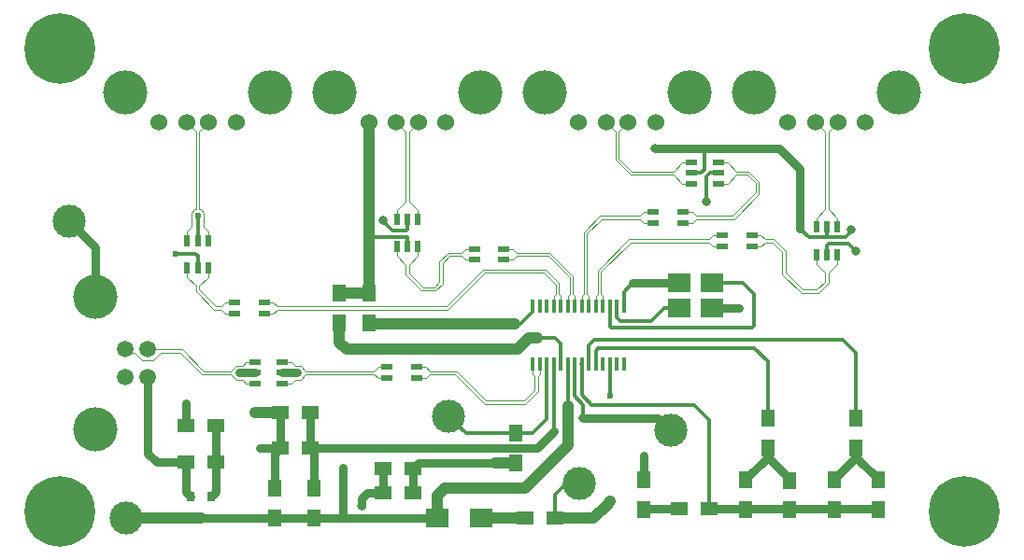
<source format=gbr>
%TF.GenerationSoftware,KiCad,Pcbnew,(2017-10-23 revision a562525)-master*%
%TF.CreationDate,2017-11-11T10:42:01+01:00*%
%TF.ProjectId,USB-Hub V2.0,5553422D4875622056322E302E6B6963,a*%
%TF.SameCoordinates,Original*%
%TF.FileFunction,Copper,L1,Top,Signal*%
%TF.FilePolarity,Positive*%
%FSLAX46Y46*%
G04 Gerber Fmt 4.6, Leading zero omitted, Abs format (unit mm)*
G04 Created by KiCad (PCBNEW (2017-10-23 revision a562525)-master) date Saturday, 11. November 2017 'u42' 10:42:01*
%MOMM*%
%LPD*%
G01*
G04 APERTURE LIST*
%TA.AperFunction,SMDPad,CuDef*%
%ADD10R,0.360000X1.270000*%
%TD*%
%TA.AperFunction,ComponentPad*%
%ADD11C,1.500000*%
%TD*%
%TA.AperFunction,ComponentPad*%
%ADD12C,4.000000*%
%TD*%
%TA.AperFunction,ComponentPad*%
%ADD13C,1.524000*%
%TD*%
%TA.AperFunction,SMDPad,CuDef*%
%ADD14R,1.500000X1.300000*%
%TD*%
%TA.AperFunction,SMDPad,CuDef*%
%ADD15R,1.300000X1.500000*%
%TD*%
%TA.AperFunction,SMDPad,CuDef*%
%ADD16R,2.000000X1.700000*%
%TD*%
%TA.AperFunction,SMDPad,CuDef*%
%ADD17R,1.100000X0.600000*%
%TD*%
%TA.AperFunction,ComponentPad*%
%ADD18C,6.400000*%
%TD*%
%TA.AperFunction,SMDPad,CuDef*%
%ADD19R,0.800000X0.900000*%
%TD*%
%TA.AperFunction,BGAPad,CuDef*%
%ADD20C,3.000000*%
%TD*%
%TA.AperFunction,SMDPad,CuDef*%
%ADD21R,0.600000X1.100000*%
%TD*%
%TA.AperFunction,SMDPad,CuDef*%
%ADD22R,2.100000X1.800000*%
%TD*%
%TA.AperFunction,ViaPad*%
%ADD23C,0.800000*%
%TD*%
%TA.AperFunction,ViaPad*%
%ADD24C,0.600000*%
%TD*%
%TA.AperFunction,Conductor*%
%ADD25C,0.750000*%
%TD*%
%TA.AperFunction,Conductor*%
%ADD26C,0.350000*%
%TD*%
%TA.AperFunction,Conductor*%
%ADD27C,1.000000*%
%TD*%
%TA.AperFunction,Conductor*%
%ADD28C,0.125000*%
%TD*%
G04 APERTURE END LIST*
D10*
%TO.P,IC1,1*%
%TO.N,GND*%
X140127500Y-92410000D03*
%TO.P,IC1,2*%
%TO.N,OSC1_out*%
X139492500Y-92410000D03*
%TO.P,IC1,3*%
%TO.N,OSC1_in*%
X138857500Y-92410000D03*
%TO.P,IC1,4*%
%TO.N,/DM4_1-*%
X138222500Y-92410000D03*
%TO.P,IC1,5*%
%TO.N,/DM4_1+*%
X137587500Y-92410000D03*
%TO.P,IC1,6*%
%TO.N,/DM3_1-*%
X136952500Y-92410000D03*
%TO.P,IC1,7*%
%TO.N,/DM3_1+*%
X136317500Y-92410000D03*
%TO.P,IC1,8*%
%TO.N,/DM2_1-*%
X135682500Y-92410000D03*
%TO.P,IC1,9*%
%TO.N,/DM2_1+*%
X135047500Y-92410000D03*
%TO.P,IC1,10*%
%TO.N,/DM1_1-*%
X134412500Y-92410000D03*
%TO.P,IC1,11*%
%TO.N,/DM1_1+*%
X133777500Y-92410000D03*
%TO.P,IC1,12*%
%TO.N,Net-(IC1-Pad12)*%
X133142500Y-92410000D03*
%TO.P,IC1,13*%
%TO.N,Net-(IC1-Pad13)*%
X132507500Y-92410000D03*
%TO.P,IC1,14*%
%TO.N,Net-(IC1-Pad14)*%
X131872500Y-92410000D03*
%TO.P,IC1,15*%
%TO.N,USB_D_3-*%
X131872500Y-97590000D03*
%TO.P,IC1,16*%
%TO.N,USB_D_3+*%
X132507500Y-97590000D03*
%TO.P,IC1,17*%
%TO.N,Net-(IC1-Pad17)*%
X133142500Y-97590000D03*
%TO.P,IC1,18*%
%TO.N,VBUS_SENSE*%
X133777500Y-97590000D03*
%TO.P,IC1,19*%
%TO.N,Net-(IC1-Pad19)*%
X134412500Y-97590000D03*
%TO.P,IC1,20*%
%TO.N,VCC_5V*%
X135047500Y-97590000D03*
%TO.P,IC1,21*%
%TO.N,VCC33*%
X135682500Y-97590000D03*
%TO.P,IC1,22*%
%TO.N,LED_CTL*%
X136317500Y-97590000D03*
%TO.P,IC1,23*%
%TO.N,LED1*%
X136952500Y-97590000D03*
%TO.P,IC1,24*%
%TO.N,LED2*%
X137587500Y-97590000D03*
%TO.P,IC1,25*%
%TO.N,Net-(IC1-Pad25)*%
X138222500Y-97590000D03*
%TO.P,IC1,26*%
%TO.N,OVC*%
X138857500Y-97590000D03*
%TO.P,IC1,27*%
%TO.N,Net-(IC1-Pad27)*%
X139492500Y-97590000D03*
%TO.P,IC1,28*%
%TO.N,Net-(IC1-Pad28)*%
X140127500Y-97590000D03*
%TD*%
D11*
%TO.P,J1,1*%
%TO.N,VBUS_UP_P*%
X96975500Y-98786000D03*
%TO.P,J1,2*%
%TO.N,/USB_D_1-*%
X96975500Y-96286000D03*
%TO.P,J1,4*%
%TO.N,GND*%
X94975500Y-98806000D03*
%TO.P,J1,3*%
%TO.N,/USB_D_1+*%
X94975500Y-96286000D03*
D12*
%TO.P,J1,4*%
%TO.N,GND*%
X92265500Y-103556000D03*
X92265500Y-91516000D03*
%TD*%
%TO.P,J6,4*%
%TO.N,GND*%
X165070000Y-73000000D03*
X151930000Y-73000000D03*
D13*
%TO.P,J6,1*%
%TO.N,Net-(C10-Pad1)*%
X162000000Y-75700000D03*
%TO.P,J6,2*%
%TO.N,/DM4_3-*%
X159500000Y-75700000D03*
%TO.P,J6,3*%
%TO.N,/DM4_3+*%
X157500000Y-75700000D03*
%TO.P,J6,4*%
%TO.N,GND*%
X155000000Y-75700000D03*
%TD*%
D12*
%TO.P,J7,4*%
%TO.N,GND*%
X146070000Y-73000000D03*
X132930000Y-73000000D03*
D13*
%TO.P,J7,1*%
%TO.N,Net-(C11-Pad1)*%
X143000000Y-75700000D03*
%TO.P,J7,2*%
%TO.N,/DM3_3-*%
X140500000Y-75700000D03*
%TO.P,J7,3*%
%TO.N,/DM3_3+*%
X138500000Y-75700000D03*
%TO.P,J7,4*%
%TO.N,GND*%
X136000000Y-75700000D03*
%TD*%
D12*
%TO.P,J8,4*%
%TO.N,GND*%
X127070000Y-73000000D03*
X113930000Y-73000000D03*
D13*
%TO.P,J8,1*%
%TO.N,Net-(C12-Pad1)*%
X124000000Y-75700000D03*
%TO.P,J8,2*%
%TO.N,/DM2_3-*%
X121500000Y-75700000D03*
%TO.P,J8,3*%
%TO.N,/DM2_3+*%
X119500000Y-75700000D03*
%TO.P,J8,4*%
%TO.N,GND*%
X117000000Y-75700000D03*
%TD*%
D12*
%TO.P,J9,4*%
%TO.N,GND*%
X108070000Y-73000000D03*
X94930000Y-73000000D03*
D13*
%TO.P,J9,1*%
%TO.N,Net-(C13-Pad1)*%
X105000000Y-75700000D03*
%TO.P,J9,2*%
%TO.N,/DM1_3-*%
X102500000Y-75700000D03*
%TO.P,J9,3*%
%TO.N,/DM1_3+*%
X100500000Y-75700000D03*
%TO.P,J9,4*%
%TO.N,GND*%
X98000000Y-75700000D03*
%TD*%
D14*
%TO.P,C1,2*%
%TO.N,Net-(C1-Pad2)*%
X103140500Y-106553000D03*
%TO.P,C1,1*%
%TO.N,VBUS_UP_P*%
X100440500Y-106553000D03*
%TD*%
D15*
%TO.P,C2,1*%
%TO.N,VCC_5V*%
X108521500Y-111586000D03*
%TO.P,C2,2*%
%TO.N,GND*%
X108521500Y-108886000D03*
%TD*%
D14*
%TO.P,C3,2*%
%TO.N,GND*%
X109013000Y-105283000D03*
%TO.P,C3,1*%
%TO.N,VBUS_SENSE*%
X111713000Y-105283000D03*
%TD*%
%TO.P,C4,1*%
%TO.N,GND*%
X118334800Y-109321600D03*
%TO.P,C4,2*%
%TO.N,VCC33*%
X121034800Y-109321600D03*
%TD*%
%TO.P,C5,2*%
%TO.N,GND*%
X118334800Y-107137200D03*
%TO.P,C5,1*%
%TO.N,VCC33*%
X121034800Y-107137200D03*
%TD*%
D16*
%TO.P,F1,2*%
%TO.N,Net-(F1-Pad2)*%
X127222000Y-111633000D03*
%TO.P,F1,1*%
%TO.N,VCC_5V*%
X123222000Y-111633000D03*
%TD*%
D17*
%TO.P,FL1,1*%
%TO.N,/USB_D_2+*%
X118665000Y-98925000D03*
%TO.P,FL1,2*%
%TO.N,USB_D_3+*%
X121365000Y-98925000D03*
%TO.P,FL1,3*%
%TO.N,USB_D_3-*%
X121365000Y-97925000D03*
%TO.P,FL1,4*%
%TO.N,/USB_D_2-*%
X118665000Y-97925000D03*
%TD*%
%TO.P,FL2,1*%
%TO.N,/DM4_1-*%
X149018000Y-86961600D03*
%TO.P,FL2,2*%
%TO.N,/DM4_2-*%
X151718000Y-86961600D03*
%TO.P,FL2,3*%
%TO.N,/DM4_2+*%
X151718000Y-85961600D03*
%TO.P,FL2,4*%
%TO.N,/DM4_1+*%
X149018000Y-85961600D03*
%TD*%
%TO.P,FL3,4*%
%TO.N,/DM3_1+*%
X142769600Y-83828000D03*
%TO.P,FL3,3*%
%TO.N,/DM3_2+*%
X145469600Y-83828000D03*
%TO.P,FL3,2*%
%TO.N,/DM3_2-*%
X145469600Y-84828000D03*
%TO.P,FL3,1*%
%TO.N,/DM3_1-*%
X142769600Y-84828000D03*
%TD*%
%TO.P,FL4,1*%
%TO.N,/DM2_1-*%
X129264400Y-87180800D03*
%TO.P,FL4,2*%
%TO.N,/DM2_2-*%
X126564400Y-87180800D03*
%TO.P,FL4,3*%
%TO.N,/DM2_2+*%
X126564400Y-88180800D03*
%TO.P,FL4,4*%
%TO.N,/DM2_1+*%
X129264400Y-88180800D03*
%TD*%
%TO.P,FL5,4*%
%TO.N,/DM1_1+*%
X107522000Y-93057600D03*
%TO.P,FL5,3*%
%TO.N,/DM1_2+*%
X104822000Y-93057600D03*
%TO.P,FL5,2*%
%TO.N,/DM1_2-*%
X104822000Y-92057600D03*
%TO.P,FL5,1*%
%TO.N,/DM1_1-*%
X107522000Y-92057600D03*
%TD*%
D18*
%TO.P,J2,1*%
%TO.N,Net-(J2-Pad1)*%
X171000000Y-69000000D03*
%TD*%
%TO.P,J3,1*%
%TO.N,Net-(J3-Pad1)*%
X89000000Y-69000000D03*
%TD*%
%TO.P,J4,1*%
%TO.N,Net-(J4-Pad1)*%
X171000000Y-111000000D03*
%TD*%
%TO.P,J5,1*%
%TO.N,Net-(J5-Pad1)*%
X89000000Y-111000000D03*
%TD*%
D19*
%TO.P,Q1,3*%
%TO.N,VCC_5V*%
X101790500Y-111617000D03*
%TO.P,Q1,2*%
%TO.N,VBUS_UP_P*%
X100840500Y-109617000D03*
%TO.P,Q1,1*%
%TO.N,Net-(C1-Pad2)*%
X102740500Y-109617000D03*
%TD*%
D15*
%TO.P,R1,2*%
%TO.N,LED1*%
X161156000Y-102582000D03*
%TO.P,R1,1*%
%TO.N,Net-(D2-Pad1)*%
X161156000Y-105282000D03*
%TD*%
%TO.P,R2,1*%
%TO.N,Net-(D4-Pad1)*%
X153156000Y-105282000D03*
%TO.P,R2,2*%
%TO.N,LED2*%
X153156000Y-102582000D03*
%TD*%
D14*
%TO.P,R3,2*%
%TO.N,LED_CTL*%
X147831800Y-110769400D03*
%TO.P,R3,1*%
%TO.N,Net-(D1-Pad2)*%
X145131800Y-110769400D03*
%TD*%
%TO.P,R4,2*%
%TO.N,Net-(C1-Pad2)*%
X103140500Y-103251000D03*
%TO.P,R4,1*%
%TO.N,GND*%
X100440500Y-103251000D03*
%TD*%
D15*
%TO.P,R5,1*%
%TO.N,VBUS_SENSE*%
X112014000Y-108886000D03*
%TO.P,R5,2*%
%TO.N,VCC_5V*%
X112014000Y-111586000D03*
%TD*%
D14*
%TO.P,R6,1*%
%TO.N,Net-(F1-Pad2)*%
X131174500Y-111633000D03*
%TO.P,R6,2*%
%TO.N,OVC*%
X133874500Y-111633000D03*
%TD*%
%TO.P,R7,2*%
%TO.N,GND*%
X109013000Y-102044500D03*
%TO.P,R7,1*%
%TO.N,VBUS_SENSE*%
X111713000Y-102044500D03*
%TD*%
D15*
%TO.P,R8,1*%
%TO.N,Net-(IC1-Pad17)*%
X130302000Y-103933000D03*
%TO.P,R8,2*%
%TO.N,VCC33*%
X130302000Y-106633000D03*
%TD*%
%TO.P,R9,2*%
%TO.N,GND*%
X114350800Y-91207600D03*
%TO.P,R9,1*%
%TO.N,Net-(IC1-Pad19)*%
X114350800Y-93907600D03*
%TD*%
%TO.P,R10,1*%
%TO.N,Net-(IC1-Pad14)*%
X117043200Y-93907600D03*
%TO.P,R10,2*%
%TO.N,GND*%
X117043200Y-91207600D03*
%TD*%
D20*
%TO.P,TP1,1*%
%TO.N,VCC_5V*%
X94996000Y-111569500D03*
%TD*%
%TO.P,TP2,1*%
%TO.N,OVC*%
X136042400Y-108458000D03*
%TD*%
%TO.P,TP3,1*%
%TO.N,GND*%
X89865200Y-84683600D03*
%TD*%
%TO.P,TP4,1*%
%TO.N,VCC33*%
X144373600Y-103682800D03*
%TD*%
%TO.P,TP5,1*%
%TO.N,Net-(IC1-Pad17)*%
X124269500Y-102362000D03*
%TD*%
D17*
%TO.P,U1,6*%
%TO.N,/USB_D_2-*%
X109200000Y-97475000D03*
%TO.P,U1,5*%
%TO.N,VCC_5V*%
X109200000Y-98425000D03*
%TO.P,U1,4*%
%TO.N,/USB_D_2+*%
X109200000Y-99375000D03*
%TO.P,U1,3*%
%TO.N,/USB_D_1+*%
X106700000Y-99375000D03*
%TO.P,U1,2*%
%TO.N,GND*%
X106700000Y-98425000D03*
%TO.P,U1,1*%
%TO.N,/USB_D_1-*%
X106700000Y-97475000D03*
%TD*%
D21*
%TO.P,U2,1*%
%TO.N,/DM4_2+*%
X157546000Y-87711600D03*
%TO.P,U2,2*%
%TO.N,GND*%
X158496000Y-87711600D03*
%TO.P,U2,3*%
%TO.N,/DM4_2-*%
X159446000Y-87711600D03*
%TO.P,U2,4*%
%TO.N,/DM4_3-*%
X159446000Y-85211600D03*
%TO.P,U2,5*%
%TO.N,VCC_5V*%
X158496000Y-85211600D03*
%TO.P,U2,6*%
%TO.N,/DM4_3+*%
X157546000Y-85211600D03*
%TD*%
D17*
%TO.P,U3,1*%
%TO.N,/DM3_2+*%
X148722400Y-81264800D03*
%TO.P,U3,2*%
%TO.N,GND*%
X148722400Y-80314800D03*
%TO.P,U3,3*%
%TO.N,/DM3_2-*%
X148722400Y-79364800D03*
%TO.P,U3,4*%
%TO.N,/DM3_3-*%
X146222400Y-79364800D03*
%TO.P,U3,5*%
%TO.N,VCC_5V*%
X146222400Y-80314800D03*
%TO.P,U3,6*%
%TO.N,/DM3_3+*%
X146222400Y-81264800D03*
%TD*%
D21*
%TO.P,U4,6*%
%TO.N,/DM2_3+*%
X119547600Y-84500400D03*
%TO.P,U4,5*%
%TO.N,VCC_5V*%
X120497600Y-84500400D03*
%TO.P,U4,4*%
%TO.N,/DM2_3-*%
X121447600Y-84500400D03*
%TO.P,U4,3*%
%TO.N,/DM2_2-*%
X121447600Y-87000400D03*
%TO.P,U4,2*%
%TO.N,GND*%
X120497600Y-87000400D03*
%TO.P,U4,1*%
%TO.N,/DM2_2+*%
X119547600Y-87000400D03*
%TD*%
%TO.P,U5,1*%
%TO.N,/DM1_2+*%
X100548400Y-88930800D03*
%TO.P,U5,2*%
%TO.N,GND*%
X101498400Y-88930800D03*
%TO.P,U5,3*%
%TO.N,/DM1_2-*%
X102448400Y-88930800D03*
%TO.P,U5,4*%
%TO.N,/DM1_3-*%
X102448400Y-86430800D03*
%TO.P,U5,5*%
%TO.N,VCC_5V*%
X101498400Y-86430800D03*
%TO.P,U5,6*%
%TO.N,/DM1_3+*%
X100548400Y-86430800D03*
%TD*%
D22*
%TO.P,Y1,4*%
%TO.N,GND*%
X148071500Y-92590000D03*
%TO.P,Y1,3*%
%TO.N,OSC1_out*%
X145171500Y-92590000D03*
%TO.P,Y1,2*%
%TO.N,GND*%
X145171500Y-90290000D03*
%TO.P,Y1,1*%
%TO.N,OSC1_in*%
X148071500Y-90290000D03*
%TD*%
D15*
%TO.P,D1,2*%
%TO.N,Net-(D1-Pad2)*%
X141902000Y-110845500D03*
%TO.P,D1,1*%
%TO.N,GND*%
X141902000Y-108145500D03*
%TD*%
%TO.P,D2,2*%
%TO.N,LED_CTL*%
X159156000Y-110845500D03*
%TO.P,D2,1*%
%TO.N,Net-(D2-Pad1)*%
X159156000Y-108145500D03*
%TD*%
%TO.P,D3,1*%
%TO.N,LED_CTL*%
X163156000Y-110845500D03*
%TO.P,D3,2*%
%TO.N,Net-(D2-Pad1)*%
X163156000Y-108145500D03*
%TD*%
%TO.P,D4,2*%
%TO.N,LED_CTL*%
X155156000Y-110874500D03*
%TO.P,D4,1*%
%TO.N,Net-(D4-Pad1)*%
X155156000Y-108174500D03*
%TD*%
%TO.P,D5,1*%
%TO.N,LED_CTL*%
X151156000Y-110845500D03*
%TO.P,D5,2*%
%TO.N,Net-(D4-Pad1)*%
X151156000Y-108145500D03*
%TD*%
D23*
%TO.N,VCC_5V*%
X142951200Y-78105000D03*
X160705800Y-85420200D03*
X118262400Y-84632800D03*
D24*
X101498400Y-84175600D03*
X114681000Y-107061000D03*
X110553500Y-98425000D03*
D23*
%TO.N,GND*%
X147574000Y-82931000D03*
X161163000Y-87376000D03*
X116332000Y-110490000D03*
D24*
X99517200Y-87630000D03*
D23*
X106730800Y-102057200D03*
D24*
X107124500Y-105283000D03*
X100457000Y-101155500D03*
X105283000Y-98425000D03*
X141922500Y-105918000D03*
X140906500Y-90297000D03*
X150558500Y-92583000D03*
D23*
%TO.N,VCC33*%
X136448800Y-102514400D03*
X128473200Y-106629200D03*
D24*
%TO.N,OVC*%
X138887200Y-100482400D03*
X138887200Y-110083600D03*
%TD*%
D25*
%TO.N,Net-(C1-Pad2)*%
X103140500Y-106553000D02*
X103140500Y-103251000D01*
X103140500Y-106553000D02*
X103140500Y-109217000D01*
X103140500Y-109217000D02*
X102740500Y-109617000D01*
%TO.N,VBUS_UP_P*%
X100440500Y-106553000D02*
X100440500Y-109217000D01*
X100440500Y-109217000D02*
X100840500Y-109617000D01*
X96975500Y-98786000D02*
X96975500Y-105462500D01*
X96975500Y-105462500D02*
X96964500Y-105473500D01*
X96964500Y-105473500D02*
X96964500Y-105727500D01*
X96964500Y-105727500D02*
X97790000Y-106553000D01*
X97790000Y-106553000D02*
X100440500Y-106553000D01*
%TO.N,VCC_5V*%
X144094200Y-78105000D02*
X142951200Y-78105000D01*
X147980400Y-78105000D02*
X144094200Y-78105000D01*
X156057600Y-85318600D02*
X156057600Y-79933800D01*
X156057600Y-79933800D02*
X154228800Y-78105000D01*
X154228800Y-78105000D02*
X147980400Y-78105000D01*
D26*
X147421600Y-78105000D02*
X147421600Y-80015600D01*
X147421600Y-80015600D02*
X147122400Y-80314800D01*
X147122400Y-80314800D02*
X146222400Y-80314800D01*
X147980400Y-78105000D02*
X147421600Y-78105000D01*
X156875601Y-86136601D02*
X156057600Y-85318600D01*
X158496000Y-86111600D02*
X158171002Y-86111600D01*
X158171002Y-86111600D02*
X158146001Y-86136601D01*
X158146001Y-86136601D02*
X156875601Y-86136601D01*
X158496000Y-85211600D02*
X158496000Y-86111600D01*
X160209000Y-86131400D02*
X160705800Y-85634600D01*
X160705800Y-85634600D02*
X160705800Y-85420200D01*
X158496000Y-86111600D02*
X158515800Y-86131400D01*
X158515800Y-86131400D02*
X158840798Y-86131400D01*
X158840798Y-86131400D02*
X158845999Y-86136601D01*
X158845999Y-86136601D02*
X160046001Y-86136601D01*
X160046001Y-86136601D02*
X160051202Y-86131400D01*
X160051202Y-86131400D02*
X160209000Y-86131400D01*
X120497600Y-84500400D02*
X120497600Y-85400400D01*
X118662399Y-85032799D02*
X118262400Y-84632800D01*
X120497600Y-85400400D02*
X120401600Y-85496400D01*
X120401600Y-85496400D02*
X119126000Y-85496400D01*
X119126000Y-85496400D02*
X118662399Y-85032799D01*
D27*
X123222000Y-111633000D02*
X123222000Y-109543600D01*
X123222000Y-109543600D02*
X123850400Y-108915200D01*
X123850400Y-108915200D02*
X131165600Y-108915200D01*
X131165600Y-108915200D02*
X135077200Y-105003600D01*
X135077200Y-105003600D02*
X135077200Y-101447600D01*
D26*
X135026400Y-101854000D02*
X135047500Y-101832900D01*
X135047500Y-101832900D02*
X135047500Y-97590000D01*
X101498400Y-86430800D02*
X101498400Y-84175600D01*
X101549200Y-86410800D02*
X101498400Y-86360000D01*
D25*
X114681000Y-111586000D02*
X123175000Y-111586000D01*
X112014000Y-111586000D02*
X114681000Y-111586000D01*
X114681000Y-111586000D02*
X114681000Y-107061000D01*
X123175000Y-111586000D02*
X123222000Y-111633000D01*
X108521500Y-111586000D02*
X112014000Y-111586000D01*
X101790500Y-111617000D02*
X108490500Y-111617000D01*
X108490500Y-111617000D02*
X108521500Y-111586000D01*
X109200000Y-98425000D02*
X110553500Y-98425000D01*
D27*
X101790500Y-111617000D02*
X95043500Y-111617000D01*
X95043500Y-111617000D02*
X94996000Y-111569500D01*
D26*
%TO.N,GND*%
X147574000Y-82397600D02*
X147574000Y-82931000D01*
X147574000Y-80641031D02*
X147574000Y-82397600D01*
X147672410Y-80542621D02*
X147574000Y-80641031D01*
X148722400Y-80314800D02*
X147900231Y-80314800D01*
X147900231Y-80314800D02*
X147672410Y-80542621D01*
X160477200Y-86690200D02*
X161163000Y-87376000D01*
X158724600Y-86690200D02*
X160477200Y-86690200D01*
X158496000Y-86918800D02*
X158724600Y-86690200D01*
X158496000Y-87711600D02*
X158496000Y-86918800D01*
D27*
X117043200Y-91258400D02*
X117043200Y-86106000D01*
X117043200Y-86106000D02*
X117043200Y-75743200D01*
D26*
X120497600Y-86156800D02*
X120416199Y-86075399D01*
X120416199Y-86075399D02*
X117073801Y-86075399D01*
X117073801Y-86075399D02*
X117043200Y-86106000D01*
X120497600Y-87000400D02*
X120497600Y-86156800D01*
D27*
X114350800Y-91207600D02*
X117043200Y-91207600D01*
D25*
X92252800Y-88674873D02*
X92252800Y-87071200D01*
X92252800Y-87071200D02*
X89865200Y-84683600D01*
X92265500Y-91516000D02*
X92265500Y-88687573D01*
X92265500Y-88687573D02*
X92252800Y-88674873D01*
X116332000Y-109824400D02*
X116332000Y-110490000D01*
X118334800Y-109321600D02*
X116834800Y-109321600D01*
X116834800Y-109321600D02*
X116332000Y-109824400D01*
X118334800Y-109321600D02*
X118334800Y-107137200D01*
D27*
X117043200Y-75743200D02*
X117000000Y-75700000D01*
D26*
X101295200Y-87630000D02*
X99517200Y-87630000D01*
X101498400Y-87833200D02*
X101295200Y-87630000D01*
X101498400Y-88030800D02*
X101498400Y-87833200D01*
X101498400Y-88930800D02*
X101498400Y-88030800D01*
D27*
X109013000Y-102044500D02*
X106743500Y-102044500D01*
X106743500Y-102044500D02*
X106730800Y-102057200D01*
D25*
X109013000Y-105283000D02*
X109013000Y-102044500D01*
X109013000Y-105283000D02*
X107124500Y-105283000D01*
X108521500Y-108886000D02*
X108521500Y-105774500D01*
X108521500Y-105774500D02*
X109013000Y-105283000D01*
X100440500Y-103251000D02*
X100440500Y-101172000D01*
X100440500Y-101172000D02*
X100457000Y-101155500D01*
X106700000Y-98425000D02*
X105283000Y-98425000D01*
X141902000Y-108082000D02*
X141902000Y-105938500D01*
X141902000Y-105938500D02*
X141922500Y-105918000D01*
D26*
X140906500Y-90297000D02*
X140127500Y-91076000D01*
X140127500Y-91076000D02*
X140127500Y-92410000D01*
D25*
X142938500Y-90297000D02*
X140906500Y-90297000D01*
X143364500Y-90297000D02*
X142938500Y-90297000D01*
X145171500Y-90290000D02*
X143371500Y-90290000D01*
X143371500Y-90290000D02*
X143364500Y-90297000D01*
X149878500Y-92583000D02*
X150558500Y-92583000D01*
X148071500Y-92590000D02*
X149871500Y-92590000D01*
X149871500Y-92590000D02*
X149878500Y-92583000D01*
%TO.N,VBUS_SENSE*%
X111713000Y-105283000D02*
X111713000Y-102044500D01*
D26*
X133794500Y-103759000D02*
X133777500Y-103742000D01*
X133777500Y-103742000D02*
X133777500Y-97590000D01*
D25*
X132270500Y-105283000D02*
X133794500Y-103759000D01*
X111713000Y-105283000D02*
X132270500Y-105283000D01*
X112014000Y-108886000D02*
X112014000Y-105584000D01*
X112014000Y-105584000D02*
X111713000Y-105283000D01*
D26*
%TO.N,VCC33*%
X136448800Y-102514400D02*
X136448800Y-101349131D01*
X136448800Y-101349131D02*
X135636000Y-100536331D01*
X135636000Y-100536331D02*
X135636000Y-97739200D01*
D25*
X136448800Y-102514400D02*
X143205200Y-102514400D01*
X143205200Y-102514400D02*
X144373600Y-103682800D01*
X121034800Y-107137200D02*
X121034800Y-109321600D01*
X128473200Y-106629200D02*
X121542800Y-106629200D01*
X121542800Y-106629200D02*
X121034800Y-107137200D01*
D27*
X130302000Y-106633000D02*
X128477000Y-106633000D01*
X128477000Y-106633000D02*
X128473200Y-106629200D01*
D25*
%TO.N,Net-(D1-Pad2)*%
X145131800Y-110769400D02*
X141914600Y-110769400D01*
X141914600Y-110769400D02*
X141902000Y-110782000D01*
D26*
%TO.N,LED_CTL*%
X136317500Y-97590000D02*
X136317500Y-100440000D01*
X136317500Y-100440000D02*
X137223500Y-101346000D01*
X137223500Y-101346000D02*
X146494500Y-101346000D01*
X146494500Y-101346000D02*
X147831800Y-102683300D01*
X147831800Y-102683300D02*
X147831800Y-109769400D01*
X147831800Y-109769400D02*
X147831800Y-110769400D01*
X136317500Y-97590000D02*
X136237501Y-97669999D01*
D25*
X150902000Y-110782000D02*
X147844400Y-110782000D01*
X147844400Y-110782000D02*
X147831800Y-110769400D01*
X155156000Y-110782000D02*
X151156000Y-110782000D01*
X158902000Y-110782000D02*
X154902000Y-110782000D01*
X163156000Y-110782000D02*
X159156000Y-110782000D01*
%TO.N,Net-(D2-Pad1)*%
X161156000Y-105282000D02*
X161156000Y-106082000D01*
X161156000Y-106082000D02*
X163156000Y-108082000D01*
X161156000Y-106082000D02*
X159156000Y-108082000D01*
%TO.N,Net-(D4-Pad1)*%
X153156000Y-105282000D02*
X153156000Y-106082000D01*
X153156000Y-106082000D02*
X155156000Y-108082000D01*
X153156000Y-106082000D02*
X151156000Y-108082000D01*
D27*
%TO.N,Net-(F1-Pad2)*%
X127222000Y-111633000D02*
X131174500Y-111633000D01*
D28*
%TO.N,/USB_D_2-*%
X109200000Y-97475000D02*
X110025001Y-97475000D01*
X110025001Y-97475000D02*
X110337491Y-97787490D01*
X110337491Y-97787490D02*
X110817565Y-97787490D01*
X110817565Y-97787490D02*
X111302575Y-98272500D01*
X111302575Y-98272500D02*
X117492499Y-98272500D01*
X117492499Y-98272500D02*
X117839999Y-97925000D01*
X117839999Y-97925000D02*
X118665000Y-97925000D01*
%TO.N,USB_D_3-*%
X131064332Y-100939500D02*
X132037500Y-99966332D01*
X132037500Y-99966332D02*
X132037500Y-98707501D01*
X132037500Y-98707501D02*
X131872500Y-98542501D01*
X131872500Y-98542501D02*
X131872500Y-97590000D01*
X127634668Y-100939500D02*
X131064332Y-100939500D01*
X124967668Y-98272500D02*
X127634668Y-100939500D01*
X122537501Y-98272500D02*
X124967668Y-98272500D01*
X121365000Y-97925000D02*
X122190001Y-97925000D01*
X122190001Y-97925000D02*
X122537501Y-98272500D01*
%TO.N,USB_D_3+*%
X132342500Y-98707501D02*
X132507500Y-98542501D01*
X131190668Y-101244500D02*
X132342500Y-100092668D01*
X132342500Y-100092668D02*
X132342500Y-98707501D01*
X132507500Y-98542501D02*
X132507500Y-97590000D01*
X127508332Y-101244500D02*
X131190668Y-101244500D01*
X124841332Y-98577500D02*
X127508332Y-101244500D01*
X122537501Y-98577500D02*
X124841332Y-98577500D01*
X122190001Y-98925000D02*
X122537501Y-98577500D01*
X121365000Y-98925000D02*
X122190001Y-98925000D01*
%TO.N,/USB_D_2+*%
X111302575Y-98577500D02*
X117492499Y-98577500D01*
X109200000Y-99375000D02*
X110025001Y-99375000D01*
X110025001Y-99375000D02*
X110337491Y-99062510D01*
X110817565Y-99062510D02*
X111302575Y-98577500D01*
X117839999Y-98925000D02*
X118665000Y-98925000D01*
X110337491Y-99062510D02*
X110817565Y-99062510D01*
X117492499Y-98577500D02*
X117839999Y-98925000D01*
%TO.N,/DM4_1+*%
X137587500Y-91457499D02*
X137587500Y-92410000D01*
X148192999Y-85961600D02*
X147845499Y-86309100D01*
X137752500Y-89158632D02*
X137752500Y-91292499D01*
X149018000Y-85961600D02*
X148192999Y-85961600D01*
X147845499Y-86309100D02*
X140602032Y-86309100D01*
X140602032Y-86309100D02*
X137752500Y-89158632D01*
X137752500Y-91292499D02*
X137587500Y-91457499D01*
%TO.N,/DM4_2+*%
X153713469Y-86309100D02*
X152890501Y-86309100D01*
X154787700Y-87383331D02*
X153713469Y-86309100D01*
X152890501Y-86309100D02*
X152543001Y-85961600D01*
X152543001Y-85961600D02*
X151718000Y-85961600D01*
X154787700Y-89344832D02*
X154787700Y-87383331D01*
X156323968Y-90881100D02*
X154787700Y-89344832D01*
X157620032Y-90881100D02*
X156323968Y-90881100D01*
X158343500Y-90157632D02*
X157620032Y-90881100D01*
X158343500Y-89334101D02*
X158343500Y-90157632D01*
X157546000Y-87711600D02*
X157546000Y-88536601D01*
X157546000Y-88536601D02*
X158343500Y-89334101D01*
%TO.N,/DM4_2-*%
X154482700Y-87509667D02*
X153587133Y-86614100D01*
X153587133Y-86614100D02*
X152890501Y-86614100D01*
X152890501Y-86614100D02*
X152543001Y-86961600D01*
X152543001Y-86961600D02*
X151718000Y-86961600D01*
X154482700Y-89471168D02*
X154482700Y-87509667D01*
X156197632Y-91186100D02*
X154482700Y-89471168D01*
X157746368Y-91186100D02*
X156197632Y-91186100D01*
X158648500Y-90283968D02*
X157746368Y-91186100D01*
X158648500Y-89334101D02*
X158648500Y-90283968D01*
X159446000Y-87711600D02*
X159446000Y-88536601D01*
X159446000Y-88536601D02*
X158648500Y-89334101D01*
%TO.N,/DM4_1-*%
X138057500Y-89284968D02*
X138057500Y-91292499D01*
X148192999Y-86961600D02*
X147845499Y-86614100D01*
X147845499Y-86614100D02*
X140728368Y-86614100D01*
X149018000Y-86961600D02*
X148192999Y-86961600D01*
X140728368Y-86614100D02*
X138057500Y-89284968D01*
X138057500Y-91292499D02*
X138222500Y-91457499D01*
X138222500Y-91457499D02*
X138222500Y-92410000D01*
%TO.N,/DM3_1-*%
X138086768Y-84480500D02*
X136787500Y-85779768D01*
X136787500Y-85779768D02*
X136787500Y-91292499D01*
X136787500Y-91292499D02*
X136952500Y-91457499D01*
X136952500Y-91457499D02*
X136952500Y-92410000D01*
X141597099Y-84480500D02*
X138086768Y-84480500D01*
X142769600Y-84828000D02*
X141944599Y-84828000D01*
X141944599Y-84828000D02*
X141597099Y-84480500D01*
%TO.N,/DM3_2-*%
X152374700Y-82206768D02*
X150100968Y-84480500D01*
X150100968Y-84480500D02*
X146642101Y-84480500D01*
X146642101Y-84480500D02*
X146294601Y-84828000D01*
X146294601Y-84828000D02*
X145469600Y-84828000D01*
X152374700Y-81089832D02*
X152374700Y-82206768D01*
X151447168Y-80162300D02*
X152374700Y-81089832D01*
X150344901Y-80162300D02*
X151447168Y-80162300D01*
X148722400Y-79364800D02*
X149547401Y-79364800D01*
X149547401Y-79364800D02*
X150344901Y-80162300D01*
%TO.N,/DM3_2+*%
X152069700Y-82080432D02*
X149974632Y-84175500D01*
X149974632Y-84175500D02*
X146642101Y-84175500D01*
X146642101Y-84175500D02*
X146294601Y-83828000D01*
X146294601Y-83828000D02*
X145469600Y-83828000D01*
X152069700Y-81216168D02*
X152069700Y-82080432D01*
X151320832Y-80467300D02*
X152069700Y-81216168D01*
X150344901Y-80467300D02*
X151320832Y-80467300D01*
X148722400Y-81264800D02*
X149547401Y-81264800D01*
X149547401Y-81264800D02*
X150344901Y-80467300D01*
%TO.N,/DM3_1+*%
X137960432Y-84175500D02*
X136482500Y-85653432D01*
X136482500Y-85653432D02*
X136482500Y-91292499D01*
X136482500Y-91292499D02*
X136317500Y-91457499D01*
X136317500Y-91457499D02*
X136317500Y-92410000D01*
X141597099Y-84175500D02*
X137960432Y-84175500D01*
X142769600Y-83828000D02*
X141944599Y-83828000D01*
X141944599Y-83828000D02*
X141597099Y-84175500D01*
%TO.N,/DM2_1+*%
X133286832Y-87833300D02*
X135212500Y-89758968D01*
X135212500Y-89758968D02*
X135212500Y-91292499D01*
X135212500Y-91292499D02*
X135047500Y-91457499D01*
X135047500Y-91457499D02*
X135047500Y-92410000D01*
X129264400Y-88180800D02*
X130089401Y-88180800D01*
X130089401Y-88180800D02*
X130436901Y-87833300D01*
X130436901Y-87833300D02*
X133286832Y-87833300D01*
%TO.N,/DM2_2+*%
X125391899Y-87833300D02*
X125739399Y-88180800D01*
X123698100Y-88455168D02*
X124319968Y-87833300D01*
X124319968Y-87833300D02*
X125391899Y-87833300D01*
X125739399Y-88180800D02*
X126564400Y-88180800D01*
X123698100Y-90334768D02*
X123698100Y-88455168D01*
X123049968Y-90982900D02*
X123698100Y-90334768D01*
X121806032Y-90982900D02*
X123049968Y-90982900D01*
X120345100Y-89521968D02*
X121806032Y-90982900D01*
X120345100Y-88622901D02*
X120345100Y-89521968D01*
X119547600Y-87000400D02*
X119547600Y-87825401D01*
X119547600Y-87825401D02*
X120345100Y-88622901D01*
%TO.N,/DM2_2-*%
X123393100Y-88328832D02*
X124193632Y-87528300D01*
X125739399Y-87180800D02*
X126564400Y-87180800D01*
X124193632Y-87528300D02*
X125391899Y-87528300D01*
X125391899Y-87528300D02*
X125739399Y-87180800D01*
X123393100Y-90208432D02*
X123393100Y-88328832D01*
X122923632Y-90677900D02*
X123393100Y-90208432D01*
X121932368Y-90677900D02*
X122923632Y-90677900D01*
X120650100Y-89395632D02*
X121932368Y-90677900D01*
X120650100Y-88622901D02*
X120650100Y-89395632D01*
X121447600Y-87000400D02*
X121447600Y-87825401D01*
X121447600Y-87825401D02*
X120650100Y-88622901D01*
%TO.N,/DM2_1-*%
X133413168Y-87528300D02*
X135517500Y-89632632D01*
X135517500Y-89632632D02*
X135517500Y-91292499D01*
X135517500Y-91292499D02*
X135682500Y-91457499D01*
X135682500Y-91457499D02*
X135682500Y-92410000D01*
X129264400Y-87180800D02*
X130089401Y-87180800D01*
X130089401Y-87180800D02*
X130436901Y-87528300D01*
X130436901Y-87528300D02*
X133413168Y-87528300D01*
%TO.N,/DM1_1-*%
X133006768Y-89052300D02*
X134247500Y-90293032D01*
X134247500Y-90293032D02*
X134247500Y-91292499D01*
X134247500Y-91292499D02*
X134412500Y-91457499D01*
X134412500Y-91457499D02*
X134412500Y-92410000D01*
X127394032Y-89052300D02*
X133006768Y-89052300D01*
X124041232Y-92405100D02*
X127394032Y-89052300D01*
X108694501Y-92405100D02*
X124041232Y-92405100D01*
X107522000Y-92057600D02*
X108347001Y-92057600D01*
X108347001Y-92057600D02*
X108694501Y-92405100D01*
%TO.N,/DM1_2-*%
X102448400Y-88930800D02*
X102448400Y-89755801D01*
X102448400Y-89755801D02*
X101650900Y-90553301D01*
X101650900Y-90553301D02*
X101650900Y-90881300D01*
X101650900Y-90881300D02*
X103174700Y-92405100D01*
X103174700Y-92405100D02*
X103649499Y-92405100D01*
X103649499Y-92405100D02*
X103996999Y-92057600D01*
X103996999Y-92057600D02*
X104822000Y-92057600D01*
%TO.N,/DM1_2+*%
X101345900Y-91045968D02*
X103010032Y-92710100D01*
X103010032Y-92710100D02*
X103649499Y-92710100D01*
X103649499Y-92710100D02*
X103996999Y-93057600D01*
X103996999Y-93057600D02*
X104822000Y-93057600D01*
X100548400Y-88930800D02*
X100548400Y-89755801D01*
X100548400Y-89755801D02*
X101345900Y-90553301D01*
X101345900Y-90553301D02*
X101345900Y-91045968D01*
%TO.N,/DM1_1+*%
X133942500Y-90419368D02*
X133942500Y-91292499D01*
X132880432Y-89357300D02*
X133942500Y-90419368D01*
X133942500Y-91292499D02*
X133777500Y-91457499D01*
X133777500Y-91457499D02*
X133777500Y-92410000D01*
X127520368Y-89357300D02*
X132880432Y-89357300D01*
X124167568Y-92710100D02*
X127520368Y-89357300D01*
X108694501Y-92710100D02*
X124167568Y-92710100D01*
X107522000Y-93057600D02*
X108347001Y-93057600D01*
X108347001Y-93057600D02*
X108694501Y-92710100D01*
X133777500Y-92206336D02*
X133777500Y-92410000D01*
D26*
%TO.N,OSC1_out*%
X139492500Y-93395000D02*
X139844989Y-93747489D01*
X139492500Y-92410000D02*
X139492500Y-93395000D01*
X143771500Y-92590000D02*
X145171500Y-92590000D01*
X142614011Y-93747489D02*
X143771500Y-92590000D01*
X139844989Y-93747489D02*
X142614011Y-93747489D01*
%TO.N,OSC1_in*%
X151892000Y-94170500D02*
X151892000Y-91249500D01*
X151765000Y-94297500D02*
X151892000Y-94170500D01*
X138938000Y-94297500D02*
X151765000Y-94297500D01*
X138857500Y-92410000D02*
X138857500Y-94217000D01*
X151892000Y-91249500D02*
X150932500Y-90290000D01*
X138857500Y-94217000D02*
X138938000Y-94297500D01*
X150932500Y-90290000D02*
X148071500Y-90290000D01*
%TO.N,Net-(IC1-Pad14)*%
X130302000Y-93980000D02*
X130757500Y-93980000D01*
X130757500Y-93980000D02*
X131872500Y-92865000D01*
X131872500Y-92865000D02*
X131872500Y-92410000D01*
X130280400Y-93958400D02*
X130302000Y-93980000D01*
D27*
X117043200Y-93958400D02*
X130280400Y-93958400D01*
D26*
%TO.N,Net-(IC1-Pad17)*%
X130302000Y-103933000D02*
X125840500Y-103933000D01*
X125840500Y-103933000D02*
X124269500Y-102362000D01*
X131842500Y-103933000D02*
X133142500Y-102633000D01*
X133142500Y-102633000D02*
X133142500Y-97590000D01*
X130302000Y-103933000D02*
X131842500Y-103933000D01*
%TO.N,Net-(IC1-Pad19)*%
X132232400Y-95250000D02*
X133858000Y-95250000D01*
X133858000Y-95250000D02*
X134412500Y-95804500D01*
X134412500Y-95804500D02*
X134412500Y-97590000D01*
D27*
X131470400Y-95250000D02*
X132232400Y-95250000D01*
X130454400Y-96266000D02*
X131470400Y-95250000D01*
X129844800Y-96266000D02*
X130454400Y-96266000D01*
X114959200Y-96266000D02*
X129844800Y-96266000D01*
X114350800Y-93907600D02*
X114350800Y-95657600D01*
X114350800Y-95657600D02*
X114959200Y-96266000D01*
D26*
%TO.N,LED1*%
X136952500Y-97590000D02*
X136952500Y-95965500D01*
X136952500Y-95965500D02*
X137477500Y-95440500D01*
X137477500Y-95440500D02*
X159956500Y-95440500D01*
X159956500Y-95440500D02*
X161156000Y-96640000D01*
X161156000Y-96640000D02*
X161156000Y-102582000D01*
X136952500Y-97590000D02*
X136969500Y-97607000D01*
%TO.N,LED2*%
X137587500Y-97590000D02*
X137587500Y-96410000D01*
X137587500Y-96410000D02*
X137795000Y-96202500D01*
X153156000Y-97403000D02*
X153156000Y-102582000D01*
X137795000Y-96202500D02*
X151955500Y-96202500D01*
X151955500Y-96202500D02*
X153156000Y-97403000D01*
X137587500Y-97590000D02*
X137604500Y-97607000D01*
%TO.N,OVC*%
X138857500Y-100452700D02*
X138887200Y-100482400D01*
X138857500Y-97590000D02*
X138857500Y-100452700D01*
D27*
X138587201Y-110383599D02*
X138887200Y-110083600D01*
X137337800Y-111633000D02*
X138587201Y-110383599D01*
X133874500Y-111633000D02*
X137337800Y-111633000D01*
D26*
X133874500Y-111633000D02*
X133874500Y-109521000D01*
X133874500Y-109521000D02*
X135255000Y-108140500D01*
D28*
%TO.N,/USB_D_1-*%
X100057668Y-96286000D02*
X102044168Y-98272500D01*
X102044168Y-98272500D02*
X104533925Y-98272500D01*
X104533925Y-98272500D02*
X105018935Y-97787490D01*
X105018935Y-97787490D02*
X105562509Y-97787490D01*
X105562509Y-97787490D02*
X105874999Y-97475000D01*
X105874999Y-97475000D02*
X106700000Y-97475000D01*
X96975500Y-96286000D02*
X100057668Y-96286000D01*
X96975500Y-96286000D02*
X97541168Y-96286000D01*
%TO.N,/USB_D_1+*%
X99931332Y-96591000D02*
X101917832Y-98577500D01*
X105874999Y-99375000D02*
X106700000Y-99375000D01*
X101917832Y-98577500D02*
X104533925Y-98577500D01*
X104533925Y-98577500D02*
X105018935Y-99062510D01*
X105018935Y-99062510D02*
X105562509Y-99062510D01*
X105562509Y-99062510D02*
X105874999Y-99375000D01*
X95280500Y-96591000D02*
X95781998Y-96591000D01*
X95781998Y-96591000D02*
X96489499Y-97298501D01*
X96489499Y-97298501D02*
X97461501Y-97298501D01*
X97461501Y-97298501D02*
X98169002Y-96591000D01*
X98169002Y-96591000D02*
X99931332Y-96591000D01*
X94975500Y-96286000D02*
X95280500Y-96591000D01*
X94975500Y-96286000D02*
X95280500Y-95981000D01*
%TO.N,/DM4_3+*%
X157500000Y-75700000D02*
X158347500Y-76547500D01*
X158343500Y-80161101D02*
X158343500Y-83589099D01*
X157546000Y-84386599D02*
X157546000Y-85211600D01*
X158347500Y-76547500D02*
X158347500Y-80157101D01*
X158347500Y-80157101D02*
X158343500Y-80161101D01*
X158343500Y-83589099D02*
X157546000Y-84386599D01*
%TO.N,/DM4_3-*%
X158648500Y-80287437D02*
X158648500Y-83589099D01*
X159500000Y-75700000D02*
X158652500Y-76547500D01*
X158652500Y-76547500D02*
X158652500Y-80283437D01*
X158652500Y-80283437D02*
X158648500Y-80287437D01*
X158648500Y-83589099D02*
X159446000Y-84386599D01*
X159446000Y-84386599D02*
X159446000Y-85211600D01*
%TO.N,/DM3_3-*%
X139652500Y-78984832D02*
X140829968Y-80162300D01*
X140829968Y-80162300D02*
X144599899Y-80162300D01*
X144599899Y-80162300D02*
X145397399Y-79364800D01*
X145397399Y-79364800D02*
X146222400Y-79364800D01*
X139652500Y-76547500D02*
X139652500Y-78984832D01*
X140500000Y-75700000D02*
X139652500Y-76547500D01*
%TO.N,/DM3_3+*%
X139347500Y-79111168D02*
X140703632Y-80467300D01*
X140703632Y-80467300D02*
X144599899Y-80467300D01*
X144599899Y-80467300D02*
X145397399Y-81264800D01*
X145397399Y-81264800D02*
X146222400Y-81264800D01*
X139347500Y-76547500D02*
X139347500Y-79111168D01*
X138500000Y-75700000D02*
X139347500Y-76547500D01*
%TO.N,/DM2_3+*%
X120347500Y-76547500D02*
X120347500Y-79455055D01*
X119500000Y-75700000D02*
X120347500Y-76547500D01*
X120347500Y-79455055D02*
X120345100Y-79457455D01*
X120345100Y-79457455D02*
X120345100Y-82877899D01*
X120345100Y-82877899D02*
X119547600Y-83675399D01*
X119547600Y-83675399D02*
X119547600Y-84500400D01*
%TO.N,/DM2_3-*%
X120652500Y-79581391D02*
X120650100Y-79583791D01*
X120650100Y-79583791D02*
X120650100Y-82877899D01*
X121500000Y-75700000D02*
X120652500Y-76547500D01*
X120652500Y-76547500D02*
X120652500Y-79581391D01*
X120650100Y-82877899D02*
X121447600Y-83675399D01*
X121447600Y-83675399D02*
X121447600Y-84500400D01*
%TO.N,/DM1_3-*%
X101650900Y-80377968D02*
X101650900Y-83613099D01*
X102448400Y-85605799D02*
X102448400Y-86430800D01*
X101652500Y-80376368D02*
X101650900Y-80377968D01*
X102500000Y-75700000D02*
X101652500Y-76547500D01*
X101652500Y-76547500D02*
X101652500Y-80376368D01*
X101768401Y-83613099D02*
X102060901Y-83905599D01*
X101650900Y-83613099D02*
X101768401Y-83613099D01*
X102060901Y-83905599D02*
X102060901Y-85218300D01*
X102060901Y-85218300D02*
X102448400Y-85605799D01*
%TO.N,/DM1_3+*%
X101345900Y-83613099D02*
X101228399Y-83613099D01*
X100935899Y-85218300D02*
X100548400Y-85605799D01*
X100935899Y-83905599D02*
X100935899Y-85218300D01*
X101347500Y-80250032D02*
X101345900Y-80251632D01*
X100500000Y-75700000D02*
X101347500Y-76547500D01*
X101347500Y-76547500D02*
X101347500Y-80250032D01*
X101345900Y-80251632D02*
X101345900Y-83613099D01*
X100548400Y-85605799D02*
X100548400Y-86430800D01*
X101228399Y-83613099D02*
X100935899Y-83905599D01*
%TD*%
M02*

</source>
